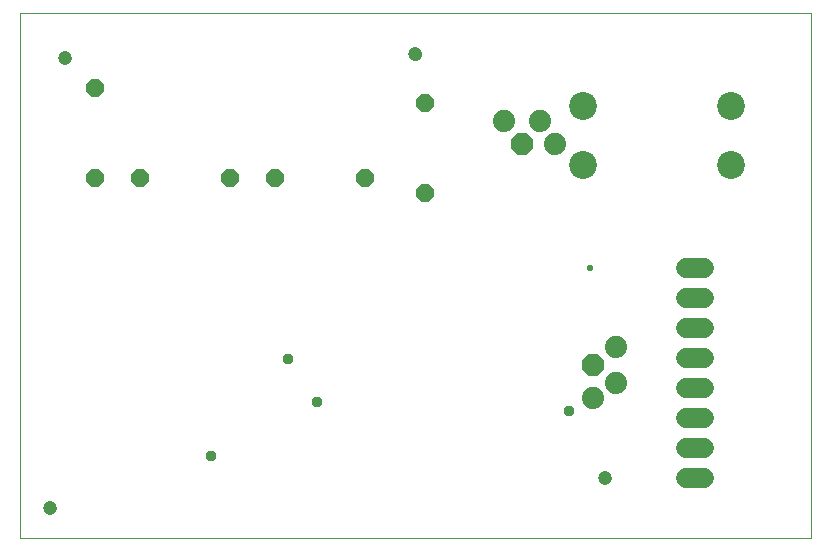
<source format=gbs>
G75*
%MOIN*%
%OFA0B0*%
%FSLAX25Y25*%
%IPPOS*%
%LPD*%
%AMOC8*
5,1,8,0,0,1.08239X$1,22.5*
%
%ADD10C,0.00000*%
%ADD11C,0.04737*%
%ADD12C,0.02178*%
%ADD13C,0.07400*%
%ADD14OC8,0.07400*%
%ADD15C,0.06800*%
%ADD16OC8,0.06000*%
%ADD17C,0.09300*%
%ADD18C,0.03778*%
D10*
X0007100Y0001000D02*
X0007100Y0175961D01*
X0270801Y0175961D01*
X0270801Y0001000D01*
X0007100Y0001000D01*
X0015131Y0011000D02*
X0015133Y0011088D01*
X0015139Y0011176D01*
X0015149Y0011264D01*
X0015163Y0011352D01*
X0015180Y0011438D01*
X0015202Y0011524D01*
X0015227Y0011608D01*
X0015257Y0011692D01*
X0015289Y0011774D01*
X0015326Y0011854D01*
X0015366Y0011933D01*
X0015410Y0012010D01*
X0015457Y0012085D01*
X0015507Y0012157D01*
X0015561Y0012228D01*
X0015617Y0012295D01*
X0015677Y0012361D01*
X0015739Y0012423D01*
X0015805Y0012483D01*
X0015872Y0012539D01*
X0015943Y0012593D01*
X0016015Y0012643D01*
X0016090Y0012690D01*
X0016167Y0012734D01*
X0016246Y0012774D01*
X0016326Y0012811D01*
X0016408Y0012843D01*
X0016492Y0012873D01*
X0016576Y0012898D01*
X0016662Y0012920D01*
X0016748Y0012937D01*
X0016836Y0012951D01*
X0016924Y0012961D01*
X0017012Y0012967D01*
X0017100Y0012969D01*
X0017188Y0012967D01*
X0017276Y0012961D01*
X0017364Y0012951D01*
X0017452Y0012937D01*
X0017538Y0012920D01*
X0017624Y0012898D01*
X0017708Y0012873D01*
X0017792Y0012843D01*
X0017874Y0012811D01*
X0017954Y0012774D01*
X0018033Y0012734D01*
X0018110Y0012690D01*
X0018185Y0012643D01*
X0018257Y0012593D01*
X0018328Y0012539D01*
X0018395Y0012483D01*
X0018461Y0012423D01*
X0018523Y0012361D01*
X0018583Y0012295D01*
X0018639Y0012228D01*
X0018693Y0012157D01*
X0018743Y0012085D01*
X0018790Y0012010D01*
X0018834Y0011933D01*
X0018874Y0011854D01*
X0018911Y0011774D01*
X0018943Y0011692D01*
X0018973Y0011608D01*
X0018998Y0011524D01*
X0019020Y0011438D01*
X0019037Y0011352D01*
X0019051Y0011264D01*
X0019061Y0011176D01*
X0019067Y0011088D01*
X0019069Y0011000D01*
X0019067Y0010912D01*
X0019061Y0010824D01*
X0019051Y0010736D01*
X0019037Y0010648D01*
X0019020Y0010562D01*
X0018998Y0010476D01*
X0018973Y0010392D01*
X0018943Y0010308D01*
X0018911Y0010226D01*
X0018874Y0010146D01*
X0018834Y0010067D01*
X0018790Y0009990D01*
X0018743Y0009915D01*
X0018693Y0009843D01*
X0018639Y0009772D01*
X0018583Y0009705D01*
X0018523Y0009639D01*
X0018461Y0009577D01*
X0018395Y0009517D01*
X0018328Y0009461D01*
X0018257Y0009407D01*
X0018185Y0009357D01*
X0018110Y0009310D01*
X0018033Y0009266D01*
X0017954Y0009226D01*
X0017874Y0009189D01*
X0017792Y0009157D01*
X0017708Y0009127D01*
X0017624Y0009102D01*
X0017538Y0009080D01*
X0017452Y0009063D01*
X0017364Y0009049D01*
X0017276Y0009039D01*
X0017188Y0009033D01*
X0017100Y0009031D01*
X0017012Y0009033D01*
X0016924Y0009039D01*
X0016836Y0009049D01*
X0016748Y0009063D01*
X0016662Y0009080D01*
X0016576Y0009102D01*
X0016492Y0009127D01*
X0016408Y0009157D01*
X0016326Y0009189D01*
X0016246Y0009226D01*
X0016167Y0009266D01*
X0016090Y0009310D01*
X0016015Y0009357D01*
X0015943Y0009407D01*
X0015872Y0009461D01*
X0015805Y0009517D01*
X0015739Y0009577D01*
X0015677Y0009639D01*
X0015617Y0009705D01*
X0015561Y0009772D01*
X0015507Y0009843D01*
X0015457Y0009915D01*
X0015410Y0009990D01*
X0015366Y0010067D01*
X0015326Y0010146D01*
X0015289Y0010226D01*
X0015257Y0010308D01*
X0015227Y0010392D01*
X0015202Y0010476D01*
X0015180Y0010562D01*
X0015163Y0010648D01*
X0015149Y0010736D01*
X0015139Y0010824D01*
X0015133Y0010912D01*
X0015131Y0011000D01*
X0196411Y0091000D02*
X0196413Y0091052D01*
X0196419Y0091104D01*
X0196429Y0091155D01*
X0196442Y0091205D01*
X0196460Y0091255D01*
X0196481Y0091302D01*
X0196505Y0091348D01*
X0196534Y0091392D01*
X0196565Y0091434D01*
X0196599Y0091473D01*
X0196636Y0091510D01*
X0196676Y0091543D01*
X0196719Y0091574D01*
X0196763Y0091601D01*
X0196809Y0091625D01*
X0196858Y0091645D01*
X0196907Y0091661D01*
X0196958Y0091674D01*
X0197009Y0091683D01*
X0197061Y0091688D01*
X0197113Y0091689D01*
X0197165Y0091686D01*
X0197217Y0091679D01*
X0197268Y0091668D01*
X0197318Y0091654D01*
X0197367Y0091635D01*
X0197414Y0091613D01*
X0197459Y0091588D01*
X0197503Y0091559D01*
X0197544Y0091527D01*
X0197583Y0091492D01*
X0197618Y0091454D01*
X0197651Y0091413D01*
X0197681Y0091371D01*
X0197707Y0091326D01*
X0197730Y0091279D01*
X0197749Y0091230D01*
X0197765Y0091180D01*
X0197777Y0091130D01*
X0197785Y0091078D01*
X0197789Y0091026D01*
X0197789Y0090974D01*
X0197785Y0090922D01*
X0197777Y0090870D01*
X0197765Y0090820D01*
X0197749Y0090770D01*
X0197730Y0090721D01*
X0197707Y0090674D01*
X0197681Y0090629D01*
X0197651Y0090587D01*
X0197618Y0090546D01*
X0197583Y0090508D01*
X0197544Y0090473D01*
X0197503Y0090441D01*
X0197459Y0090412D01*
X0197414Y0090387D01*
X0197367Y0090365D01*
X0197318Y0090346D01*
X0197268Y0090332D01*
X0197217Y0090321D01*
X0197165Y0090314D01*
X0197113Y0090311D01*
X0197061Y0090312D01*
X0197009Y0090317D01*
X0196958Y0090326D01*
X0196907Y0090339D01*
X0196858Y0090355D01*
X0196809Y0090375D01*
X0196763Y0090399D01*
X0196719Y0090426D01*
X0196676Y0090457D01*
X0196636Y0090490D01*
X0196599Y0090527D01*
X0196565Y0090566D01*
X0196534Y0090608D01*
X0196505Y0090652D01*
X0196481Y0090698D01*
X0196460Y0090745D01*
X0196442Y0090795D01*
X0196429Y0090845D01*
X0196419Y0090896D01*
X0196413Y0090948D01*
X0196411Y0091000D01*
X0200131Y0021000D02*
X0200133Y0021088D01*
X0200139Y0021176D01*
X0200149Y0021264D01*
X0200163Y0021352D01*
X0200180Y0021438D01*
X0200202Y0021524D01*
X0200227Y0021608D01*
X0200257Y0021692D01*
X0200289Y0021774D01*
X0200326Y0021854D01*
X0200366Y0021933D01*
X0200410Y0022010D01*
X0200457Y0022085D01*
X0200507Y0022157D01*
X0200561Y0022228D01*
X0200617Y0022295D01*
X0200677Y0022361D01*
X0200739Y0022423D01*
X0200805Y0022483D01*
X0200872Y0022539D01*
X0200943Y0022593D01*
X0201015Y0022643D01*
X0201090Y0022690D01*
X0201167Y0022734D01*
X0201246Y0022774D01*
X0201326Y0022811D01*
X0201408Y0022843D01*
X0201492Y0022873D01*
X0201576Y0022898D01*
X0201662Y0022920D01*
X0201748Y0022937D01*
X0201836Y0022951D01*
X0201924Y0022961D01*
X0202012Y0022967D01*
X0202100Y0022969D01*
X0202188Y0022967D01*
X0202276Y0022961D01*
X0202364Y0022951D01*
X0202452Y0022937D01*
X0202538Y0022920D01*
X0202624Y0022898D01*
X0202708Y0022873D01*
X0202792Y0022843D01*
X0202874Y0022811D01*
X0202954Y0022774D01*
X0203033Y0022734D01*
X0203110Y0022690D01*
X0203185Y0022643D01*
X0203257Y0022593D01*
X0203328Y0022539D01*
X0203395Y0022483D01*
X0203461Y0022423D01*
X0203523Y0022361D01*
X0203583Y0022295D01*
X0203639Y0022228D01*
X0203693Y0022157D01*
X0203743Y0022085D01*
X0203790Y0022010D01*
X0203834Y0021933D01*
X0203874Y0021854D01*
X0203911Y0021774D01*
X0203943Y0021692D01*
X0203973Y0021608D01*
X0203998Y0021524D01*
X0204020Y0021438D01*
X0204037Y0021352D01*
X0204051Y0021264D01*
X0204061Y0021176D01*
X0204067Y0021088D01*
X0204069Y0021000D01*
X0204067Y0020912D01*
X0204061Y0020824D01*
X0204051Y0020736D01*
X0204037Y0020648D01*
X0204020Y0020562D01*
X0203998Y0020476D01*
X0203973Y0020392D01*
X0203943Y0020308D01*
X0203911Y0020226D01*
X0203874Y0020146D01*
X0203834Y0020067D01*
X0203790Y0019990D01*
X0203743Y0019915D01*
X0203693Y0019843D01*
X0203639Y0019772D01*
X0203583Y0019705D01*
X0203523Y0019639D01*
X0203461Y0019577D01*
X0203395Y0019517D01*
X0203328Y0019461D01*
X0203257Y0019407D01*
X0203185Y0019357D01*
X0203110Y0019310D01*
X0203033Y0019266D01*
X0202954Y0019226D01*
X0202874Y0019189D01*
X0202792Y0019157D01*
X0202708Y0019127D01*
X0202624Y0019102D01*
X0202538Y0019080D01*
X0202452Y0019063D01*
X0202364Y0019049D01*
X0202276Y0019039D01*
X0202188Y0019033D01*
X0202100Y0019031D01*
X0202012Y0019033D01*
X0201924Y0019039D01*
X0201836Y0019049D01*
X0201748Y0019063D01*
X0201662Y0019080D01*
X0201576Y0019102D01*
X0201492Y0019127D01*
X0201408Y0019157D01*
X0201326Y0019189D01*
X0201246Y0019226D01*
X0201167Y0019266D01*
X0201090Y0019310D01*
X0201015Y0019357D01*
X0200943Y0019407D01*
X0200872Y0019461D01*
X0200805Y0019517D01*
X0200739Y0019577D01*
X0200677Y0019639D01*
X0200617Y0019705D01*
X0200561Y0019772D01*
X0200507Y0019843D01*
X0200457Y0019915D01*
X0200410Y0019990D01*
X0200366Y0020067D01*
X0200326Y0020146D01*
X0200289Y0020226D01*
X0200257Y0020308D01*
X0200227Y0020392D01*
X0200202Y0020476D01*
X0200180Y0020562D01*
X0200163Y0020648D01*
X0200149Y0020736D01*
X0200139Y0020824D01*
X0200133Y0020912D01*
X0200131Y0021000D01*
X0020131Y0161000D02*
X0020133Y0161088D01*
X0020139Y0161176D01*
X0020149Y0161264D01*
X0020163Y0161352D01*
X0020180Y0161438D01*
X0020202Y0161524D01*
X0020227Y0161608D01*
X0020257Y0161692D01*
X0020289Y0161774D01*
X0020326Y0161854D01*
X0020366Y0161933D01*
X0020410Y0162010D01*
X0020457Y0162085D01*
X0020507Y0162157D01*
X0020561Y0162228D01*
X0020617Y0162295D01*
X0020677Y0162361D01*
X0020739Y0162423D01*
X0020805Y0162483D01*
X0020872Y0162539D01*
X0020943Y0162593D01*
X0021015Y0162643D01*
X0021090Y0162690D01*
X0021167Y0162734D01*
X0021246Y0162774D01*
X0021326Y0162811D01*
X0021408Y0162843D01*
X0021492Y0162873D01*
X0021576Y0162898D01*
X0021662Y0162920D01*
X0021748Y0162937D01*
X0021836Y0162951D01*
X0021924Y0162961D01*
X0022012Y0162967D01*
X0022100Y0162969D01*
X0022188Y0162967D01*
X0022276Y0162961D01*
X0022364Y0162951D01*
X0022452Y0162937D01*
X0022538Y0162920D01*
X0022624Y0162898D01*
X0022708Y0162873D01*
X0022792Y0162843D01*
X0022874Y0162811D01*
X0022954Y0162774D01*
X0023033Y0162734D01*
X0023110Y0162690D01*
X0023185Y0162643D01*
X0023257Y0162593D01*
X0023328Y0162539D01*
X0023395Y0162483D01*
X0023461Y0162423D01*
X0023523Y0162361D01*
X0023583Y0162295D01*
X0023639Y0162228D01*
X0023693Y0162157D01*
X0023743Y0162085D01*
X0023790Y0162010D01*
X0023834Y0161933D01*
X0023874Y0161854D01*
X0023911Y0161774D01*
X0023943Y0161692D01*
X0023973Y0161608D01*
X0023998Y0161524D01*
X0024020Y0161438D01*
X0024037Y0161352D01*
X0024051Y0161264D01*
X0024061Y0161176D01*
X0024067Y0161088D01*
X0024069Y0161000D01*
X0024067Y0160912D01*
X0024061Y0160824D01*
X0024051Y0160736D01*
X0024037Y0160648D01*
X0024020Y0160562D01*
X0023998Y0160476D01*
X0023973Y0160392D01*
X0023943Y0160308D01*
X0023911Y0160226D01*
X0023874Y0160146D01*
X0023834Y0160067D01*
X0023790Y0159990D01*
X0023743Y0159915D01*
X0023693Y0159843D01*
X0023639Y0159772D01*
X0023583Y0159705D01*
X0023523Y0159639D01*
X0023461Y0159577D01*
X0023395Y0159517D01*
X0023328Y0159461D01*
X0023257Y0159407D01*
X0023185Y0159357D01*
X0023110Y0159310D01*
X0023033Y0159266D01*
X0022954Y0159226D01*
X0022874Y0159189D01*
X0022792Y0159157D01*
X0022708Y0159127D01*
X0022624Y0159102D01*
X0022538Y0159080D01*
X0022452Y0159063D01*
X0022364Y0159049D01*
X0022276Y0159039D01*
X0022188Y0159033D01*
X0022100Y0159031D01*
X0022012Y0159033D01*
X0021924Y0159039D01*
X0021836Y0159049D01*
X0021748Y0159063D01*
X0021662Y0159080D01*
X0021576Y0159102D01*
X0021492Y0159127D01*
X0021408Y0159157D01*
X0021326Y0159189D01*
X0021246Y0159226D01*
X0021167Y0159266D01*
X0021090Y0159310D01*
X0021015Y0159357D01*
X0020943Y0159407D01*
X0020872Y0159461D01*
X0020805Y0159517D01*
X0020739Y0159577D01*
X0020677Y0159639D01*
X0020617Y0159705D01*
X0020561Y0159772D01*
X0020507Y0159843D01*
X0020457Y0159915D01*
X0020410Y0159990D01*
X0020366Y0160067D01*
X0020326Y0160146D01*
X0020289Y0160226D01*
X0020257Y0160308D01*
X0020227Y0160392D01*
X0020202Y0160476D01*
X0020180Y0160562D01*
X0020163Y0160648D01*
X0020149Y0160736D01*
X0020139Y0160824D01*
X0020133Y0160912D01*
X0020131Y0161000D01*
X0136831Y0162300D02*
X0136833Y0162388D01*
X0136839Y0162476D01*
X0136849Y0162564D01*
X0136863Y0162652D01*
X0136880Y0162738D01*
X0136902Y0162824D01*
X0136927Y0162908D01*
X0136957Y0162992D01*
X0136989Y0163074D01*
X0137026Y0163154D01*
X0137066Y0163233D01*
X0137110Y0163310D01*
X0137157Y0163385D01*
X0137207Y0163457D01*
X0137261Y0163528D01*
X0137317Y0163595D01*
X0137377Y0163661D01*
X0137439Y0163723D01*
X0137505Y0163783D01*
X0137572Y0163839D01*
X0137643Y0163893D01*
X0137715Y0163943D01*
X0137790Y0163990D01*
X0137867Y0164034D01*
X0137946Y0164074D01*
X0138026Y0164111D01*
X0138108Y0164143D01*
X0138192Y0164173D01*
X0138276Y0164198D01*
X0138362Y0164220D01*
X0138448Y0164237D01*
X0138536Y0164251D01*
X0138624Y0164261D01*
X0138712Y0164267D01*
X0138800Y0164269D01*
X0138888Y0164267D01*
X0138976Y0164261D01*
X0139064Y0164251D01*
X0139152Y0164237D01*
X0139238Y0164220D01*
X0139324Y0164198D01*
X0139408Y0164173D01*
X0139492Y0164143D01*
X0139574Y0164111D01*
X0139654Y0164074D01*
X0139733Y0164034D01*
X0139810Y0163990D01*
X0139885Y0163943D01*
X0139957Y0163893D01*
X0140028Y0163839D01*
X0140095Y0163783D01*
X0140161Y0163723D01*
X0140223Y0163661D01*
X0140283Y0163595D01*
X0140339Y0163528D01*
X0140393Y0163457D01*
X0140443Y0163385D01*
X0140490Y0163310D01*
X0140534Y0163233D01*
X0140574Y0163154D01*
X0140611Y0163074D01*
X0140643Y0162992D01*
X0140673Y0162908D01*
X0140698Y0162824D01*
X0140720Y0162738D01*
X0140737Y0162652D01*
X0140751Y0162564D01*
X0140761Y0162476D01*
X0140767Y0162388D01*
X0140769Y0162300D01*
X0140767Y0162212D01*
X0140761Y0162124D01*
X0140751Y0162036D01*
X0140737Y0161948D01*
X0140720Y0161862D01*
X0140698Y0161776D01*
X0140673Y0161692D01*
X0140643Y0161608D01*
X0140611Y0161526D01*
X0140574Y0161446D01*
X0140534Y0161367D01*
X0140490Y0161290D01*
X0140443Y0161215D01*
X0140393Y0161143D01*
X0140339Y0161072D01*
X0140283Y0161005D01*
X0140223Y0160939D01*
X0140161Y0160877D01*
X0140095Y0160817D01*
X0140028Y0160761D01*
X0139957Y0160707D01*
X0139885Y0160657D01*
X0139810Y0160610D01*
X0139733Y0160566D01*
X0139654Y0160526D01*
X0139574Y0160489D01*
X0139492Y0160457D01*
X0139408Y0160427D01*
X0139324Y0160402D01*
X0139238Y0160380D01*
X0139152Y0160363D01*
X0139064Y0160349D01*
X0138976Y0160339D01*
X0138888Y0160333D01*
X0138800Y0160331D01*
X0138712Y0160333D01*
X0138624Y0160339D01*
X0138536Y0160349D01*
X0138448Y0160363D01*
X0138362Y0160380D01*
X0138276Y0160402D01*
X0138192Y0160427D01*
X0138108Y0160457D01*
X0138026Y0160489D01*
X0137946Y0160526D01*
X0137867Y0160566D01*
X0137790Y0160610D01*
X0137715Y0160657D01*
X0137643Y0160707D01*
X0137572Y0160761D01*
X0137505Y0160817D01*
X0137439Y0160877D01*
X0137377Y0160939D01*
X0137317Y0161005D01*
X0137261Y0161072D01*
X0137207Y0161143D01*
X0137157Y0161215D01*
X0137110Y0161290D01*
X0137066Y0161367D01*
X0137026Y0161446D01*
X0136989Y0161526D01*
X0136957Y0161608D01*
X0136927Y0161692D01*
X0136902Y0161776D01*
X0136880Y0161862D01*
X0136863Y0161948D01*
X0136849Y0162036D01*
X0136839Y0162124D01*
X0136833Y0162212D01*
X0136831Y0162300D01*
D11*
X0138800Y0162300D03*
X0022100Y0161000D03*
X0202100Y0021000D03*
X0017100Y0011000D03*
D12*
X0197100Y0091000D03*
D13*
X0205913Y0064500D03*
X0205913Y0052500D03*
X0198287Y0047500D03*
X0185600Y0132187D03*
X0180600Y0139813D03*
X0168600Y0139813D03*
D14*
X0174600Y0132187D03*
X0198287Y0058500D03*
D15*
X0229100Y0061000D02*
X0235100Y0061000D01*
X0235100Y0051000D02*
X0229100Y0051000D01*
X0229100Y0041000D02*
X0235100Y0041000D01*
X0235100Y0031000D02*
X0229100Y0031000D01*
X0229100Y0021000D02*
X0235100Y0021000D01*
X0235100Y0071000D02*
X0229100Y0071000D01*
X0229100Y0081000D02*
X0235100Y0081000D01*
X0235100Y0091000D02*
X0229100Y0091000D01*
D16*
X0142100Y0116000D03*
X0122100Y0121000D03*
X0092100Y0121000D03*
X0077100Y0121000D03*
X0047100Y0121000D03*
X0032100Y0121000D03*
X0032100Y0151000D03*
X0142100Y0146000D03*
D17*
X0194994Y0144843D03*
X0194994Y0125157D03*
X0244206Y0125157D03*
X0244206Y0144843D03*
D18*
X0096500Y0060600D03*
X0106100Y0046200D03*
X0070700Y0028200D03*
X0190100Y0043200D03*
M02*

</source>
